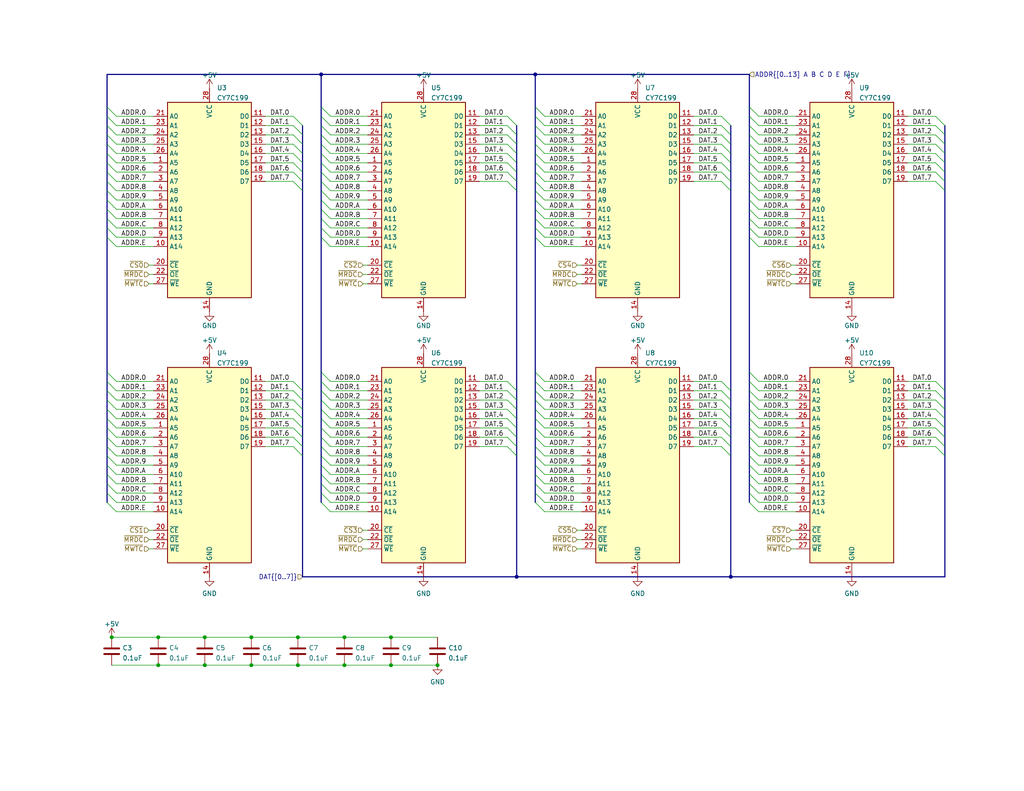
<source format=kicad_sch>
(kicad_sch (version 20211123) (generator eeschema)
  (paper "USLetter")
  (lib_symbols
    (symbol "Device:C" (pin_numbers hide) (pin_names (offset 0.254))
      (property "Reference" "C" (at 0.635 2.54 0))
      (property "Value" "C" (at 0.635 -2.54 0))
      (symbol "C_0_1"
        (polyline (pts (xy -2.032 -0.762) (xy 2.032 -0.762)) (stroke (width 0.508)))
        (polyline (pts (xy -2.032 0.762) (xy 2.032 0.762)) (stroke (width 0.508)))
      )
      (symbol "C_1_1"
        (pin passive line (at 0 3.81 270) (length 2.794) (name "~") (number "1"))
        (pin passive line (at 0 -3.81 90) (length 2.794) (name "~") (number "2"))
      )
    )
    (symbol "Memory_RAM:CY7C199"
      (property "Reference" "U" (at -11.43 27.94 0))
      (property "Value" "CY7C199" (at 3.81 27.94 0))
      (symbol "CY7C199_0_0"
        (pin power_in line (at 0 -30.48 90) (length 3.81) (name "GND") (number "14"))
        (pin power_in line (at 0 30.48 270) (length 3.81) (name "VCC") (number "28"))
      )
      (symbol "CY7C199_0_1"
        (rectangle (start -11.43 26.67) (end 11.43 -26.67) (stroke (width 0.254)) (fill (type background)))
      )
      (symbol "CY7C199_1_1"
        (pin input line (at -15.24 10.16 0) (length 3.81) (name "A5") (number "1"))
        (pin input line (at -15.24 -12.7 0) (length 3.81) (name "A14") (number "10"))
        (pin tri_state line (at 15.24 22.86 180) (length 3.81) (name "D0") (number "11"))
        (pin tri_state line (at 15.24 20.32 180) (length 3.81) (name "D1") (number "12"))
        (pin tri_state line (at 15.24 17.78 180) (length 3.81) (name "D2") (number "13"))
        (pin tri_state line (at 15.24 15.24 180) (length 3.81) (name "D3") (number "15"))
        (pin tri_state line (at 15.24 12.7 180) (length 3.81) (name "D4") (number "16"))
        (pin tri_state line (at 15.24 10.16 180) (length 3.81) (name "D5") (number "17"))
        (pin tri_state line (at 15.24 7.62 180) (length 3.81) (name "D6") (number "18"))
        (pin tri_state line (at 15.24 5.08 180) (length 3.81) (name "D7") (number "19"))
        (pin input line (at -15.24 7.62 0) (length 3.81) (name "A6") (number "2"))
        (pin input line (at -15.24 -17.78 0) (length 3.81) (name "~{CE}") (number "20"))
        (pin input line (at -15.24 22.86 0) (length 3.81) (name "A0") (number "21"))
        (pin input line (at -15.24 -20.32 0) (length 3.81) (name "~{OE}") (number "22"))
        (pin input line (at -15.24 20.32 0) (length 3.81) (name "A1") (number "23"))
        (pin input line (at -15.24 17.78 0) (length 3.81) (name "A2") (number "24"))
        (pin input line (at -15.24 15.24 0) (length 3.81) (name "A3") (number "25"))
        (pin input line (at -15.24 12.7 0) (length 3.81) (name "A4") (number "26"))
        (pin input line (at -15.24 -22.86 0) (length 3.81) (name "~{WE}") (number "27"))
        (pin input line (at -15.24 5.08 0) (length 3.81) (name "A7") (number "3"))
        (pin input line (at -15.24 2.54 0) (length 3.81) (name "A8") (number "4"))
        (pin input line (at -15.24 0 0) (length 3.81) (name "A9") (number "5"))
        (pin input line (at -15.24 -2.54 0) (length 3.81) (name "A10") (number "6"))
        (pin input line (at -15.24 -5.08 0) (length 3.81) (name "A11") (number "7"))
        (pin input line (at -15.24 -7.62 0) (length 3.81) (name "A12") (number "8"))
        (pin input line (at -15.24 -10.16 0) (length 3.81) (name "A13") (number "9"))
      )
    )
    (symbol "power:+5V" (power) (pin_names (offset 0))
      (property "Value" "+5V" (at 0 3.556 0))
      (symbol "+5V_0_1"
        (polyline (pts (xy -0.762 1.27) (xy 0 2.54)))
        (polyline (pts (xy 0 0) (xy 0 2.54)))
        (polyline (pts (xy 0 2.54) (xy 0.762 1.27)))
      )
      (symbol "+5V_1_1"
        (pin power_in line (at 0 0 90) (length 0) hide (name "+5V") (number "1"))
      )
    )
    (symbol "power:GND" (power) (pin_names (offset 0))
      (property "Value" "GND" (at 0 -3.81 0))
      (symbol "GND_0_1"
        (polyline (pts (xy 0 0) (xy 0 -1.27) (xy 1.27 -1.27) (xy 0 -2.54) (xy -1.27 -1.27) (xy 0 -1.27)))
      )
      (symbol "GND_1_1"
        (pin power_in line (at 0 0 270) (length 0) hide (name "GND") (number "1"))
      )
    )
  )
  (junction (at 81.28 173.99))
  (junction (at 199.39 157.48))
  (junction (at 43.18 181.61))
  (junction (at 43.18 173.99))
  (junction (at 106.68 181.61))
  (junction (at 140.97 157.48))
  (junction (at 68.58 173.99))
  (junction (at 55.88 173.99))
  (junction (at 119.38 181.61))
  (junction (at 55.88 181.61))
  (junction (at 106.68 173.99))
  (junction (at 81.28 181.61))
  (junction (at 93.98 173.99))
  (junction (at 68.58 181.61))
  (junction (at 146.05 20.32))
  (junction (at 87.63 20.32))
  (junction (at 30.48 173.99))
  (junction (at 93.98 181.61))
  (bus_entry (at 255.27 116.84) (size 2.54 2.54))
  (bus_entry (at 138.43 121.92) (size 2.54 2.54))
  (bus_entry (at 29.21 111.76) (size 2.54 2.54))
  (bus_entry (at 255.27 44.45) (size 2.54 2.54))
  (bus_entry (at 80.01 111.76) (size 2.54 2.54))
  (bus_entry (at 29.21 54.61) (size 2.54 2.54))
  (bus_entry (at 87.63 49.53) (size 2.54 2.54))
  (bus_entry (at 146.05 44.45) (size 2.54 2.54))
  (bus_entry (at 196.85 44.45) (size 2.54 2.54))
  (bus_entry (at 146.05 57.15) (size 2.54 2.54))
  (bus_entry (at 146.05 64.77) (size 2.54 2.54))
  (bus_entry (at 255.27 31.75) (size 2.54 2.54))
  (bus_entry (at 255.27 106.68) (size 2.54 2.54))
  (bus_entry (at 146.05 52.07) (size 2.54 2.54))
  (bus_entry (at 146.05 46.99) (size 2.54 2.54))
  (bus_entry (at 204.47 54.61) (size 2.54 2.54))
  (bus_entry (at 29.21 52.07) (size 2.54 2.54))
  (bus_entry (at 29.21 121.92) (size 2.54 2.54))
  (bus_entry (at 204.47 49.53) (size 2.54 2.54))
  (bus_entry (at 204.47 132.08) (size 2.54 2.54))
  (bus_entry (at 146.05 127) (size 2.54 2.54))
  (bus_entry (at 196.85 114.3) (size 2.54 2.54))
  (bus_entry (at 87.63 114.3) (size 2.54 2.54))
  (bus_entry (at 196.85 31.75) (size 2.54 2.54))
  (bus_entry (at 29.21 101.6) (size 2.54 2.54))
  (bus_entry (at 204.47 44.45) (size 2.54 2.54))
  (bus_entry (at 29.21 109.22) (size 2.54 2.54))
  (bus_entry (at 80.01 34.29) (size 2.54 2.54))
  (bus_entry (at 87.63 121.92) (size 2.54 2.54))
  (bus_entry (at 146.05 59.69) (size 2.54 2.54))
  (bus_entry (at 80.01 46.99) (size 2.54 2.54))
  (bus_entry (at 204.47 116.84) (size 2.54 2.54))
  (bus_entry (at 87.63 106.68) (size 2.54 2.54))
  (bus_entry (at 255.27 119.38) (size 2.54 2.54))
  (bus_entry (at 29.21 39.37) (size 2.54 2.54))
  (bus_entry (at 87.63 111.76) (size 2.54 2.54))
  (bus_entry (at 146.05 137.16) (size 2.54 2.54))
  (bus_entry (at 29.21 29.21) (size 2.54 2.54))
  (bus_entry (at 29.21 36.83) (size 2.54 2.54))
  (bus_entry (at 146.05 132.08) (size 2.54 2.54))
  (bus_entry (at 204.47 41.91) (size 2.54 2.54))
  (bus_entry (at 80.01 116.84) (size 2.54 2.54))
  (bus_entry (at 146.05 101.6) (size 2.54 2.54))
  (bus_entry (at 196.85 49.53) (size 2.54 2.54))
  (bus_entry (at 255.27 114.3) (size 2.54 2.54))
  (bus_entry (at 138.43 41.91) (size 2.54 2.54))
  (bus_entry (at 138.43 106.68) (size 2.54 2.54))
  (bus_entry (at 255.27 39.37) (size 2.54 2.54))
  (bus_entry (at 29.21 119.38) (size 2.54 2.54))
  (bus_entry (at 80.01 39.37) (size 2.54 2.54))
  (bus_entry (at 146.05 34.29) (size 2.54 2.54))
  (bus_entry (at 146.05 111.76) (size 2.54 2.54))
  (bus_entry (at 196.85 116.84) (size 2.54 2.54))
  (bus_entry (at 138.43 116.84) (size 2.54 2.54))
  (bus_entry (at 146.05 114.3) (size 2.54 2.54))
  (bus_entry (at 87.63 54.61) (size 2.54 2.54))
  (bus_entry (at 204.47 124.46) (size 2.54 2.54))
  (bus_entry (at 29.21 44.45) (size 2.54 2.54))
  (bus_entry (at 196.85 121.92) (size 2.54 2.54))
  (bus_entry (at 29.21 41.91) (size 2.54 2.54))
  (bus_entry (at 204.47 59.69) (size 2.54 2.54))
  (bus_entry (at 29.21 57.15) (size 2.54 2.54))
  (bus_entry (at 87.63 116.84) (size 2.54 2.54))
  (bus_entry (at 29.21 46.99) (size 2.54 2.54))
  (bus_entry (at 204.47 62.23) (size 2.54 2.54))
  (bus_entry (at 87.63 62.23) (size 2.54 2.54))
  (bus_entry (at 87.63 64.77) (size 2.54 2.54))
  (bus_entry (at 138.43 49.53) (size 2.54 2.54))
  (bus_entry (at 204.47 121.92) (size 2.54 2.54))
  (bus_entry (at 146.05 39.37) (size 2.54 2.54))
  (bus_entry (at 29.21 31.75) (size 2.54 2.54))
  (bus_entry (at 204.47 101.6) (size 2.54 2.54))
  (bus_entry (at 80.01 121.92) (size 2.54 2.54))
  (bus_entry (at 80.01 114.3) (size 2.54 2.54))
  (bus_entry (at 29.21 124.46) (size 2.54 2.54))
  (bus_entry (at 204.47 39.37) (size 2.54 2.54))
  (bus_entry (at 255.27 49.53) (size 2.54 2.54))
  (bus_entry (at 204.47 31.75) (size 2.54 2.54))
  (bus_entry (at 255.27 111.76) (size 2.54 2.54))
  (bus_entry (at 87.63 132.08) (size 2.54 2.54))
  (bus_entry (at 138.43 44.45) (size 2.54 2.54))
  (bus_entry (at 146.05 104.14) (size 2.54 2.54))
  (bus_entry (at 196.85 46.99) (size 2.54 2.54))
  (bus_entry (at 204.47 36.83) (size 2.54 2.54))
  (bus_entry (at 80.01 41.91) (size 2.54 2.54))
  (bus_entry (at 255.27 109.22) (size 2.54 2.54))
  (bus_entry (at 80.01 119.38) (size 2.54 2.54))
  (bus_entry (at 87.63 124.46) (size 2.54 2.54))
  (bus_entry (at 255.27 36.83) (size 2.54 2.54))
  (bus_entry (at 196.85 39.37) (size 2.54 2.54))
  (bus_entry (at 146.05 109.22) (size 2.54 2.54))
  (bus_entry (at 204.47 129.54) (size 2.54 2.54))
  (bus_entry (at 146.05 106.68) (size 2.54 2.54))
  (bus_entry (at 196.85 36.83) (size 2.54 2.54))
  (bus_entry (at 138.43 109.22) (size 2.54 2.54))
  (bus_entry (at 138.43 34.29) (size 2.54 2.54))
  (bus_entry (at 204.47 52.07) (size 2.54 2.54))
  (bus_entry (at 87.63 46.99) (size 2.54 2.54))
  (bus_entry (at 29.21 104.14) (size 2.54 2.54))
  (bus_entry (at 204.47 114.3) (size 2.54 2.54))
  (bus_entry (at 138.43 46.99) (size 2.54 2.54))
  (bus_entry (at 138.43 114.3) (size 2.54 2.54))
  (bus_entry (at 204.47 57.15) (size 2.54 2.54))
  (bus_entry (at 204.47 29.21) (size 2.54 2.54))
  (bus_entry (at 146.05 119.38) (size 2.54 2.54))
  (bus_entry (at 146.05 121.92) (size 2.54 2.54))
  (bus_entry (at 196.85 109.22) (size 2.54 2.54))
  (bus_entry (at 87.63 39.37) (size 2.54 2.54))
  (bus_entry (at 87.63 34.29) (size 2.54 2.54))
  (bus_entry (at 196.85 111.76) (size 2.54 2.54))
  (bus_entry (at 255.27 34.29) (size 2.54 2.54))
  (bus_entry (at 80.01 104.14) (size 2.54 2.54))
  (bus_entry (at 204.47 119.38) (size 2.54 2.54))
  (bus_entry (at 87.63 109.22) (size 2.54 2.54))
  (bus_entry (at 255.27 41.91) (size 2.54 2.54))
  (bus_entry (at 204.47 109.22) (size 2.54 2.54))
  (bus_entry (at 255.27 46.99) (size 2.54 2.54))
  (bus_entry (at 146.05 54.61) (size 2.54 2.54))
  (bus_entry (at 29.21 116.84) (size 2.54 2.54))
  (bus_entry (at 146.05 129.54) (size 2.54 2.54))
  (bus_entry (at 146.05 134.62) (size 2.54 2.54))
  (bus_entry (at 204.47 127) (size 2.54 2.54))
  (bus_entry (at 255.27 121.92) (size 2.54 2.54))
  (bus_entry (at 87.63 59.69) (size 2.54 2.54))
  (bus_entry (at 87.63 57.15) (size 2.54 2.54))
  (bus_entry (at 29.21 129.54) (size 2.54 2.54))
  (bus_entry (at 29.21 134.62) (size 2.54 2.54))
  (bus_entry (at 29.21 137.16) (size 2.54 2.54))
  (bus_entry (at 87.63 29.21) (size 2.54 2.54))
  (bus_entry (at 87.63 104.14) (size 2.54 2.54))
  (bus_entry (at 80.01 49.53) (size 2.54 2.54))
  (bus_entry (at 255.27 104.14) (size 2.54 2.54))
  (bus_entry (at 146.05 124.46) (size 2.54 2.54))
  (bus_entry (at 87.63 52.07) (size 2.54 2.54))
  (bus_entry (at 196.85 41.91) (size 2.54 2.54))
  (bus_entry (at 87.63 31.75) (size 2.54 2.54))
  (bus_entry (at 87.63 127) (size 2.54 2.54))
  (bus_entry (at 138.43 39.37) (size 2.54 2.54))
  (bus_entry (at 80.01 106.68) (size 2.54 2.54))
  (bus_entry (at 87.63 101.6) (size 2.54 2.54))
  (bus_entry (at 80.01 31.75) (size 2.54 2.54))
  (bus_entry (at 196.85 104.14) (size 2.54 2.54))
  (bus_entry (at 146.05 36.83) (size 2.54 2.54))
  (bus_entry (at 29.21 34.29) (size 2.54 2.54))
  (bus_entry (at 29.21 49.53) (size 2.54 2.54))
  (bus_entry (at 204.47 106.68) (size 2.54 2.54))
  (bus_entry (at 87.63 137.16) (size 2.54 2.54))
  (bus_entry (at 204.47 104.14) (size 2.54 2.54))
  (bus_entry (at 87.63 44.45) (size 2.54 2.54))
  (bus_entry (at 204.47 111.76) (size 2.54 2.54))
  (bus_entry (at 196.85 34.29) (size 2.54 2.54))
  (bus_entry (at 80.01 36.83) (size 2.54 2.54))
  (bus_entry (at 87.63 129.54) (size 2.54 2.54))
  (bus_entry (at 80.01 109.22) (size 2.54 2.54))
  (bus_entry (at 204.47 64.77) (size 2.54 2.54))
  (bus_entry (at 146.05 41.91) (size 2.54 2.54))
  (bus_entry (at 87.63 119.38) (size 2.54 2.54))
  (bus_entry (at 29.21 59.69) (size 2.54 2.54))
  (bus_entry (at 29.21 106.68) (size 2.54 2.54))
  (bus_entry (at 80.01 44.45) (size 2.54 2.54))
  (bus_entry (at 29.21 127) (size 2.54 2.54))
  (bus_entry (at 29.21 132.08) (size 2.54 2.54))
  (bus_entry (at 146.05 116.84) (size 2.54 2.54))
  (bus_entry (at 204.47 34.29) (size 2.54 2.54))
  (bus_entry (at 138.43 36.83) (size 2.54 2.54))
  (bus_entry (at 204.47 134.62) (size 2.54 2.54))
  (bus_entry (at 87.63 41.91) (size 2.54 2.54))
  (bus_entry (at 196.85 106.68) (size 2.54 2.54))
  (bus_entry (at 138.43 111.76) (size 2.54 2.54))
  (bus_entry (at 29.21 64.77) (size 2.54 2.54))
  (bus_entry (at 146.05 29.21) (size 2.54 2.54))
  (bus_entry (at 29.21 114.3) (size 2.54 2.54))
  (bus_entry (at 87.63 134.62) (size 2.54 2.54))
  (bus_entry (at 146.05 49.53) (size 2.54 2.54))
  (bus_entry (at 146.05 31.75) (size 2.54 2.54))
  (bus_entry (at 204.47 46.99) (size 2.54 2.54))
  (bus_entry (at 138.43 104.14) (size 2.54 2.54))
  (bus_entry (at 204.47 137.16) (size 2.54 2.54))
  (bus_entry (at 87.63 36.83) (size 2.54 2.54))
  (bus_entry (at 196.85 119.38) (size 2.54 2.54))
  (bus_entry (at 29.21 62.23) (size 2.54 2.54))
  (bus_entry (at 146.05 62.23) (size 2.54 2.54))
  (bus_entry (at 138.43 31.75) (size 2.54 2.54))
  (bus_entry (at 138.43 119.38) (size 2.54 2.54))
  (bus (pts (xy 140.97 106.68) (xy 140.97 109.22)))
  (bus (pts (xy 87.63 36.83) (xy 87.63 39.37)))
  (wire (pts (xy 148.59 44.45) (xy 158.75 44.45)))
  (bus (pts (xy 87.63 34.29) (xy 87.63 36.83)))
  (bus (pts (xy 257.81 41.91) (xy 257.81 44.45)))
  (wire (pts (xy 99.06 144.78) (xy 100.33 144.78)))
  (wire (pts (xy 130.81 106.68) (xy 138.43 106.68)))
  (bus (pts (xy 146.05 20.32) (xy 146.05 29.21)))
  (bus (pts (xy 140.97 36.83) (xy 140.97 39.37)))
  (wire (pts (xy 90.17 54.61) (xy 100.33 54.61)))
  (bus (pts (xy 146.05 114.3) (xy 146.05 116.84)))
  (wire (pts (xy 90.17 111.76) (xy 100.33 111.76)))
  (wire (pts (xy 31.75 104.14) (xy 41.91 104.14)))
  (bus (pts (xy 146.05 127) (xy 146.05 129.54)))
  (wire (pts (xy 90.17 62.23) (xy 100.33 62.23)))
  (bus (pts (xy 146.05 59.69) (xy 146.05 62.23)))
  (bus (pts (xy 257.81 36.83) (xy 257.81 39.37)))
  (wire (pts (xy 90.17 119.38) (xy 100.33 119.38)))
  (bus (pts (xy 87.63 41.91) (xy 87.63 44.45)))
  (wire (pts (xy 31.75 44.45) (xy 41.91 44.45)))
  (bus (pts (xy 29.21 57.15) (xy 29.21 59.69)))
  (wire (pts (xy 130.81 104.14) (xy 138.43 104.14)))
  (bus (pts (xy 204.47 36.83) (xy 204.47 39.37)))
  (wire (pts (xy 148.59 109.22) (xy 158.75 109.22)))
  (bus (pts (xy 87.63 29.21) (xy 87.63 31.75)))
  (wire (pts (xy 99.06 149.86) (xy 100.33 149.86)))
  (bus (pts (xy 257.81 124.46) (xy 257.81 157.48)))
  (wire (pts (xy 31.75 41.91) (xy 41.91 41.91)))
  (bus (pts (xy 29.21 121.92) (xy 29.21 124.46)))
  (wire (pts (xy 189.23 119.38) (xy 196.85 119.38)))
  (wire (pts (xy 189.23 106.68) (xy 196.85 106.68)))
  (bus (pts (xy 87.63 109.22) (xy 87.63 111.76)))
  (wire (pts (xy 130.81 119.38) (xy 138.43 119.38)))
  (wire (pts (xy 207.01 64.77) (xy 217.17 64.77)))
  (wire (pts (xy 247.65 34.29) (xy 255.27 34.29)))
  (wire (pts (xy 148.59 114.3) (xy 158.75 114.3)))
  (wire (pts (xy 31.75 62.23) (xy 41.91 62.23)))
  (bus (pts (xy 146.05 121.92) (xy 146.05 124.46)))
  (bus (pts (xy 140.97 116.84) (xy 140.97 119.38)))
  (bus (pts (xy 140.97 119.38) (xy 140.97 121.92)))
  (wire (pts (xy 99.06 72.39) (xy 100.33 72.39)))
  (wire (pts (xy 247.65 36.83) (xy 255.27 36.83)))
  (wire (pts (xy 31.75 64.77) (xy 41.91 64.77)))
  (wire (pts (xy 72.39 44.45) (xy 80.01 44.45)))
  (wire (pts (xy 247.65 111.76) (xy 255.27 111.76)))
  (wire (pts (xy 207.01 111.76) (xy 217.17 111.76)))
  (bus (pts (xy 29.21 119.38) (xy 29.21 121.92)))
  (wire (pts (xy 207.01 36.83) (xy 217.17 36.83)))
  (wire (pts (xy 148.59 49.53) (xy 158.75 49.53)))
  (bus (pts (xy 146.05 129.54) (xy 146.05 132.08)))
  (bus (pts (xy 146.05 49.53) (xy 146.05 52.07)))
  (wire (pts (xy 93.98 173.99) (xy 106.68 173.99)))
  (bus (pts (xy 29.21 101.6) (xy 29.21 104.14)))
  (wire (pts (xy 31.75 129.54) (xy 41.91 129.54)))
  (bus (pts (xy 29.21 64.77) (xy 29.21 101.6)))
  (bus (pts (xy 82.55 124.46) (xy 82.55 157.48)))
  (bus (pts (xy 82.55 39.37) (xy 82.55 41.91)))
  (wire (pts (xy 90.17 114.3) (xy 100.33 114.3)))
  (wire (pts (xy 55.88 181.61) (xy 68.58 181.61)))
  (bus (pts (xy 199.39 41.91) (xy 199.39 44.45)))
  (wire (pts (xy 207.01 134.62) (xy 217.17 134.62)))
  (bus (pts (xy 204.47 54.61) (xy 204.47 57.15)))
  (bus (pts (xy 204.47 114.3) (xy 204.47 116.84)))
  (wire (pts (xy 31.75 36.83) (xy 41.91 36.83)))
  (wire (pts (xy 247.65 104.14) (xy 255.27 104.14)))
  (bus (pts (xy 146.05 54.61) (xy 146.05 57.15)))
  (bus (pts (xy 199.39 34.29) (xy 199.39 36.83)))
  (bus (pts (xy 82.55 116.84) (xy 82.55 119.38)))
  (bus (pts (xy 204.47 57.15) (xy 204.47 59.69)))
  (bus (pts (xy 146.05 116.84) (xy 146.05 119.38)))
  (wire (pts (xy 90.17 121.92) (xy 100.33 121.92)))
  (wire (pts (xy 68.58 173.99) (xy 81.28 173.99)))
  (wire (pts (xy 148.59 139.7) (xy 158.75 139.7)))
  (bus (pts (xy 204.47 31.75) (xy 204.47 34.29)))
  (wire (pts (xy 207.01 44.45) (xy 217.17 44.45)))
  (bus (pts (xy 87.63 31.75) (xy 87.63 34.29)))
  (wire (pts (xy 31.75 114.3) (xy 41.91 114.3)))
  (wire (pts (xy 130.81 46.99) (xy 138.43 46.99)))
  (bus (pts (xy 204.47 29.21) (xy 204.47 31.75)))
  (wire (pts (xy 90.17 106.68) (xy 100.33 106.68)))
  (bus (pts (xy 29.21 129.54) (xy 29.21 132.08)))
  (wire (pts (xy 157.48 149.86) (xy 158.75 149.86)))
  (wire (pts (xy 247.65 31.75) (xy 255.27 31.75)))
  (bus (pts (xy 87.63 132.08) (xy 87.63 134.62)))
  (wire (pts (xy 72.39 116.84) (xy 80.01 116.84)))
  (bus (pts (xy 204.47 64.77) (xy 204.47 101.6)))
  (bus (pts (xy 204.47 104.14) (xy 204.47 106.68)))
  (bus (pts (xy 29.21 34.29) (xy 29.21 36.83)))
  (wire (pts (xy 31.75 106.68) (xy 41.91 106.68)))
  (wire (pts (xy 207.01 52.07) (xy 217.17 52.07)))
  (wire (pts (xy 148.59 119.38) (xy 158.75 119.38)))
  (bus (pts (xy 29.21 31.75) (xy 29.21 34.29)))
  (wire (pts (xy 93.98 181.61) (xy 106.68 181.61)))
  (wire (pts (xy 90.17 41.91) (xy 100.33 41.91)))
  (bus (pts (xy 29.21 116.84) (xy 29.21 119.38)))
  (wire (pts (xy 189.23 46.99) (xy 196.85 46.99)))
  (bus (pts (xy 140.97 109.22) (xy 140.97 111.76)))
  (bus (pts (xy 146.05 29.21) (xy 146.05 31.75)))
  (bus (pts (xy 29.21 29.21) (xy 29.21 31.75)))
  (wire (pts (xy 207.01 62.23) (xy 217.17 62.23)))
  (wire (pts (xy 72.39 39.37) (xy 80.01 39.37)))
  (bus (pts (xy 82.55 46.99) (xy 82.55 49.53)))
  (wire (pts (xy 31.75 39.37) (xy 41.91 39.37)))
  (wire (pts (xy 247.65 114.3) (xy 255.27 114.3)))
  (wire (pts (xy 130.81 111.76) (xy 138.43 111.76)))
  (bus (pts (xy 87.63 62.23) (xy 87.63 64.77)))
  (bus (pts (xy 87.63 121.92) (xy 87.63 124.46)))
  (bus (pts (xy 146.05 134.62) (xy 146.05 137.16)))
  (wire (pts (xy 90.17 67.31) (xy 100.33 67.31)))
  (wire (pts (xy 207.01 34.29) (xy 217.17 34.29)))
  (wire (pts (xy 40.64 144.78) (xy 41.91 144.78)))
  (wire (pts (xy 207.01 49.53) (xy 217.17 49.53)))
  (wire (pts (xy 247.65 39.37) (xy 255.27 39.37)))
  (bus (pts (xy 199.39 124.46) (xy 199.39 157.48)))
  (bus (pts (xy 257.81 111.76) (xy 257.81 114.3)))
  (bus (pts (xy 204.47 52.07) (xy 204.47 54.61)))
  (wire (pts (xy 189.23 114.3) (xy 196.85 114.3)))
  (wire (pts (xy 189.23 49.53) (xy 196.85 49.53)))
  (wire (pts (xy 90.17 64.77) (xy 100.33 64.77)))
  (bus (pts (xy 29.21 114.3) (xy 29.21 116.84)))
  (bus (pts (xy 204.47 116.84) (xy 204.47 119.38)))
  (bus (pts (xy 204.47 59.69) (xy 204.47 62.23)))
  (wire (pts (xy 148.59 127) (xy 158.75 127)))
  (wire (pts (xy 215.9 144.78) (xy 217.17 144.78)))
  (bus (pts (xy 204.47 39.37) (xy 204.47 41.91)))
  (wire (pts (xy 31.75 31.75) (xy 41.91 31.75)))
  (wire (pts (xy 72.39 41.91) (xy 80.01 41.91)))
  (wire (pts (xy 130.81 41.91) (xy 138.43 41.91)))
  (wire (pts (xy 207.01 129.54) (xy 217.17 129.54)))
  (bus (pts (xy 204.47 132.08) (xy 204.47 134.62)))
  (bus (pts (xy 204.47 124.46) (xy 204.47 127)))
  (wire (pts (xy 157.48 147.32) (xy 158.75 147.32)))
  (bus (pts (xy 146.05 44.45) (xy 146.05 46.99)))
  (bus (pts (xy 29.21 62.23) (xy 29.21 64.77)))
  (wire (pts (xy 99.06 147.32) (xy 100.33 147.32)))
  (wire (pts (xy 72.39 36.83) (xy 80.01 36.83)))
  (bus (pts (xy 29.21 59.69) (xy 29.21 62.23)))
  (wire (pts (xy 189.23 111.76) (xy 196.85 111.76)))
  (wire (pts (xy 130.81 114.3) (xy 138.43 114.3)))
  (bus (pts (xy 204.47 44.45) (xy 204.47 46.99)))
  (wire (pts (xy 90.17 59.69) (xy 100.33 59.69)))
  (wire (pts (xy 148.59 39.37) (xy 158.75 39.37)))
  (wire (pts (xy 148.59 132.08) (xy 158.75 132.08)))
  (wire (pts (xy 247.65 121.92) (xy 255.27 121.92)))
  (bus (pts (xy 146.05 109.22) (xy 146.05 111.76)))
  (bus (pts (xy 87.63 116.84) (xy 87.63 119.38)))
  (bus (pts (xy 29.21 44.45) (xy 29.21 46.99)))
  (wire (pts (xy 90.17 132.08) (xy 100.33 132.08)))
  (bus (pts (xy 204.47 49.53) (xy 204.47 52.07)))
  (bus (pts (xy 146.05 124.46) (xy 146.05 127)))
  (wire (pts (xy 207.01 114.3) (xy 217.17 114.3)))
  (bus (pts (xy 87.63 54.61) (xy 87.63 57.15)))
  (wire (pts (xy 157.48 77.47) (xy 158.75 77.47)))
  (wire (pts (xy 72.39 119.38) (xy 80.01 119.38)))
  (bus (pts (xy 146.05 132.08) (xy 146.05 134.62)))
  (bus (pts (xy 257.81 119.38) (xy 257.81 121.92)))
  (bus (pts (xy 29.21 36.83) (xy 29.21 39.37)))
  (bus (pts (xy 140.97 39.37) (xy 140.97 41.91)))
  (bus (pts (xy 204.47 127) (xy 204.47 129.54)))
  (wire (pts (xy 148.59 129.54) (xy 158.75 129.54)))
  (bus (pts (xy 82.55 121.92) (xy 82.55 124.46)))
  (bus (pts (xy 87.63 44.45) (xy 87.63 46.99)))
  (wire (pts (xy 148.59 41.91) (xy 158.75 41.91)))
  (bus (pts (xy 140.97 49.53) (xy 140.97 52.07)))
  (bus (pts (xy 87.63 52.07) (xy 87.63 54.61)))
  (bus (pts (xy 29.21 127) (xy 29.21 129.54)))
  (bus (pts (xy 204.47 109.22) (xy 204.47 111.76)))
  (wire (pts (xy 90.17 49.53) (xy 100.33 49.53)))
  (bus (pts (xy 140.97 121.92) (xy 140.97 124.46)))
  (wire (pts (xy 31.75 111.76) (xy 41.91 111.76)))
  (wire (pts (xy 207.01 46.99) (xy 217.17 46.99)))
  (bus (pts (xy 29.21 109.22) (xy 29.21 111.76)))
  (wire (pts (xy 148.59 34.29) (xy 158.75 34.29)))
  (wire (pts (xy 72.39 111.76) (xy 80.01 111.76)))
  (bus (pts (xy 140.97 46.99) (xy 140.97 49.53)))
  (bus (pts (xy 82.55 36.83) (xy 82.55 39.37)))
  (bus (pts (xy 257.81 52.07) (xy 257.81 106.68)))
  (bus (pts (xy 140.97 41.91) (xy 140.97 44.45)))
  (bus (pts (xy 29.21 124.46) (xy 29.21 127)))
  (wire (pts (xy 148.59 67.31) (xy 158.75 67.31)))
  (wire (pts (xy 31.75 49.53) (xy 41.91 49.53)))
  (wire (pts (xy 189.23 104.14) (xy 196.85 104.14)))
  (wire (pts (xy 43.18 181.61) (xy 55.88 181.61)))
  (wire (pts (xy 148.59 64.77) (xy 158.75 64.77)))
  (wire (pts (xy 207.01 116.84) (xy 217.17 116.84)))
  (bus (pts (xy 204.47 101.6) (xy 204.47 104.14)))
  (bus (pts (xy 257.81 106.68) (xy 257.81 109.22)))
  (bus (pts (xy 199.39 39.37) (xy 199.39 41.91)))
  (bus (pts (xy 82.55 52.07) (xy 82.55 106.68)))
  (wire (pts (xy 207.01 39.37) (xy 217.17 39.37)))
  (wire (pts (xy 207.01 41.91) (xy 217.17 41.91)))
  (bus (pts (xy 29.21 41.91) (xy 29.21 44.45)))
  (wire (pts (xy 247.65 119.38) (xy 255.27 119.38)))
  (wire (pts (xy 148.59 36.83) (xy 158.75 36.83)))
  (wire (pts (xy 30.48 181.61) (xy 43.18 181.61)))
  (wire (pts (xy 72.39 121.92) (xy 80.01 121.92)))
  (wire (pts (xy 247.65 116.84) (xy 255.27 116.84)))
  (bus (pts (xy 146.05 57.15) (xy 146.05 59.69)))
  (bus (pts (xy 204.47 111.76) (xy 204.47 114.3)))
  (wire (pts (xy 30.48 173.99) (xy 43.18 173.99)))
  (wire (pts (xy 247.65 46.99) (xy 255.27 46.99)))
  (wire (pts (xy 90.17 31.75) (xy 100.33 31.75)))
  (bus (pts (xy 82.55 111.76) (xy 82.55 114.3)))
  (wire (pts (xy 90.17 129.54) (xy 100.33 129.54)))
  (wire (pts (xy 31.75 124.46) (xy 41.91 124.46)))
  (wire (pts (xy 148.59 54.61) (xy 158.75 54.61)))
  (bus (pts (xy 146.05 46.99) (xy 146.05 49.53)))
  (wire (pts (xy 90.17 139.7) (xy 100.33 139.7)))
  (bus (pts (xy 87.63 57.15) (xy 87.63 59.69)))
  (bus (pts (xy 257.81 109.22) (xy 257.81 111.76)))
  (wire (pts (xy 148.59 104.14) (xy 158.75 104.14)))
  (wire (pts (xy 31.75 59.69) (xy 41.91 59.69)))
  (bus (pts (xy 87.63 114.3) (xy 87.63 116.84)))
  (wire (pts (xy 148.59 62.23) (xy 158.75 62.23)))
  (wire (pts (xy 207.01 57.15) (xy 217.17 57.15)))
  (wire (pts (xy 31.75 121.92) (xy 41.91 121.92)))
  (bus (pts (xy 146.05 104.14) (xy 146.05 106.68)))
  (wire (pts (xy 90.17 52.07) (xy 100.33 52.07)))
  (bus (pts (xy 29.21 54.61) (xy 29.21 57.15)))
  (wire (pts (xy 207.01 31.75) (xy 217.17 31.75)))
  (wire (pts (xy 31.75 139.7) (xy 41.91 139.7)))
  (wire (pts (xy 90.17 109.22) (xy 100.33 109.22)))
  (bus (pts (xy 140.97 111.76) (xy 140.97 114.3)))
  (wire (pts (xy 90.17 137.16) (xy 100.33 137.16)))
  (bus (pts (xy 146.05 106.68) (xy 146.05 109.22)))
  (wire (pts (xy 90.17 127) (xy 100.33 127)))
  (bus (pts (xy 87.63 129.54) (xy 87.63 132.08)))
  (wire (pts (xy 72.39 114.3) (xy 80.01 114.3)))
  (bus (pts (xy 87.63 124.46) (xy 87.63 127)))
  (wire (pts (xy 72.39 106.68) (xy 80.01 106.68)))
  (wire (pts (xy 31.75 137.16) (xy 41.91 137.16)))
  (bus (pts (xy 82.55 106.68) (xy 82.55 109.22)))
  (bus (pts (xy 87.63 20.32) (xy 87.63 29.21)))
  (bus (pts (xy 87.63 49.53) (xy 87.63 52.07)))
  (wire (pts (xy 207.01 124.46) (xy 217.17 124.46)))
  (wire (pts (xy 215.9 72.39) (xy 217.17 72.39)))
  (wire (pts (xy 215.9 77.47) (xy 217.17 77.47)))
  (bus (pts (xy 29.21 49.53) (xy 29.21 52.07)))
  (wire (pts (xy 207.01 127) (xy 217.17 127)))
  (bus (pts (xy 29.21 134.62) (xy 29.21 137.16)))
  (wire (pts (xy 31.75 134.62) (xy 41.91 134.62)))
  (bus (pts (xy 29.21 111.76) (xy 29.21 114.3)))
  (wire (pts (xy 130.81 116.84) (xy 138.43 116.84)))
  (bus (pts (xy 257.81 34.29) (xy 257.81 36.83)))
  (wire (pts (xy 207.01 104.14) (xy 217.17 104.14)))
  (bus (pts (xy 199.39 119.38) (xy 199.39 121.92)))
  (wire (pts (xy 43.18 173.99) (xy 55.88 173.99)))
  (bus (pts (xy 140.97 114.3) (xy 140.97 116.84)))
  (wire (pts (xy 90.17 39.37) (xy 100.33 39.37)))
  (wire (pts (xy 31.75 67.31) (xy 41.91 67.31)))
  (wire (pts (xy 90.17 124.46) (xy 100.33 124.46)))
  (bus (pts (xy 140.97 124.46) (xy 140.97 157.48)))
  (wire (pts (xy 130.81 121.92) (xy 138.43 121.92)))
  (bus (pts (xy 87.63 59.69) (xy 87.63 62.23)))
  (wire (pts (xy 90.17 44.45) (xy 100.33 44.45)))
  (bus (pts (xy 257.81 116.84) (xy 257.81 119.38)))
  (wire (pts (xy 31.75 57.15) (xy 41.91 57.15)))
  (bus (pts (xy 146.05 34.29) (xy 146.05 36.83)))
  (wire (pts (xy 148.59 137.16) (xy 158.75 137.16)))
  (bus (pts (xy 87.63 101.6) (xy 87.63 104.14)))
  (wire (pts (xy 207.01 54.61) (xy 217.17 54.61)))
  (wire (pts (xy 148.59 52.07) (xy 158.75 52.07)))
  (bus (pts (xy 204.47 129.54) (xy 204.47 132.08)))
  (bus (pts (xy 199.39 52.07) (xy 199.39 106.68)))
  (wire (pts (xy 247.65 41.91) (xy 255.27 41.91)))
  (wire (pts (xy 99.06 74.93) (xy 100.33 74.93)))
  (bus (pts (xy 146.05 52.07) (xy 146.05 54.61)))
  (wire (pts (xy 130.81 31.75) (xy 138.43 31.75)))
  (bus (pts (xy 87.63 106.68) (xy 87.63 109.22)))
  (bus (pts (xy 87.63 127) (xy 87.63 129.54)))
  (wire (pts (xy 189.23 44.45) (xy 196.85 44.45)))
  (wire (pts (xy 215.9 149.86) (xy 217.17 149.86)))
  (wire (pts (xy 207.01 132.08) (xy 217.17 132.08)))
  (bus (pts (xy 87.63 119.38) (xy 87.63 121.92)))
  (wire (pts (xy 90.17 104.14) (xy 100.33 104.14)))
  (bus (pts (xy 29.21 46.99) (xy 29.21 49.53)))
  (bus (pts (xy 199.39 109.22) (xy 199.39 111.76)))
  (bus (pts (xy 87.63 39.37) (xy 87.63 41.91)))
  (wire (pts (xy 31.75 52.07) (xy 41.91 52.07)))
  (bus (pts (xy 199.39 106.68) (xy 199.39 109.22)))
  (bus (pts (xy 82.55 34.29) (xy 82.55 36.83)))
  (wire (pts (xy 72.39 31.75) (xy 80.01 31.75)))
  (wire (pts (xy 148.59 111.76) (xy 158.75 111.76)))
  (bus (pts (xy 146.05 62.23) (xy 146.05 64.77)))
  (wire (pts (xy 130.81 109.22) (xy 138.43 109.22)))
  (bus (pts (xy 29.21 39.37) (xy 29.21 41.91)))
  (wire (pts (xy 81.28 173.99) (xy 93.98 173.99)))
  (bus (pts (xy 204.47 20.32) (xy 204.47 29.21)))
  (wire (pts (xy 207.01 137.16) (xy 217.17 137.16)))
  (wire (pts (xy 148.59 59.69) (xy 158.75 59.69)))
  (wire (pts (xy 55.88 173.99) (xy 68.58 173.99)))
  (bus (pts (xy 199.39 36.83) (xy 199.39 39.37)))
  (bus (pts (xy 204.47 119.38) (xy 204.47 121.92)))
  (bus (pts (xy 140.97 44.45) (xy 140.97 46.99)))
  (wire (pts (xy 40.64 74.93) (xy 41.91 74.93)))
  (wire (pts (xy 207.01 119.38) (xy 217.17 119.38)))
  (bus (pts (xy 257.81 46.99) (xy 257.81 49.53)))
  (bus (pts (xy 204.47 62.23) (xy 204.47 64.77)))
  (bus (pts (xy 146.05 31.75) (xy 146.05 34.29)))
  (wire (pts (xy 72.39 109.22) (xy 80.01 109.22)))
  (wire (pts (xy 90.17 34.29) (xy 100.33 34.29)))
  (wire (pts (xy 31.75 127) (xy 41.91 127)))
  (wire (pts (xy 207.01 139.7) (xy 217.17 139.7)))
  (bus (pts (xy 82.55 109.22) (xy 82.55 111.76)))
  (bus (pts (xy 199.39 44.45) (xy 199.39 46.99)))
  (bus (pts (xy 87.63 134.62) (xy 87.63 137.16)))
  (wire (pts (xy 189.23 34.29) (xy 196.85 34.29)))
  (wire (pts (xy 189.23 31.75) (xy 196.85 31.75)))
  (wire (pts (xy 72.39 104.14) (xy 80.01 104.14)))
  (bus (pts (xy 146.05 41.91) (xy 146.05 44.45)))
  (bus (pts (xy 82.55 114.3) (xy 82.55 116.84)))
  (bus (pts (xy 140.97 52.07) (xy 140.97 106.68)))
  (wire (pts (xy 31.75 109.22) (xy 41.91 109.22)))
  (wire (pts (xy 207.01 67.31) (xy 217.17 67.31)))
  (bus (pts (xy 257.81 121.92) (xy 257.81 124.46)))
  (bus (pts (xy 29.21 132.08) (xy 29.21 134.62)))
  (wire (pts (xy 148.59 134.62) (xy 158.75 134.62)))
  (wire (pts (xy 189.23 41.91) (xy 196.85 41.91)))
  (wire (pts (xy 72.39 49.53) (xy 80.01 49.53)))
  (bus (pts (xy 29.21 106.68) (xy 29.21 109.22)))
  (bus (pts (xy 204.47 46.99) (xy 204.47 49.53)))
  (wire (pts (xy 90.17 57.15) (xy 100.33 57.15)))
  (wire (pts (xy 247.65 106.68) (xy 255.27 106.68)))
  (bus (pts (xy 82.55 49.53) (xy 82.55 52.07)))
  (wire (pts (xy 207.01 59.69) (xy 217.17 59.69)))
  (wire (pts (xy 148.59 46.99) (xy 158.75 46.99)))
  (bus (pts (xy 29.21 20.32) (xy 29.21 29.21)))
  (bus (pts (xy 199.39 116.84) (xy 199.39 119.38)))
  (wire (pts (xy 130.81 39.37) (xy 138.43 39.37)))
  (wire (pts (xy 68.58 181.61) (xy 81.28 181.61)))
  (wire (pts (xy 148.59 116.84) (xy 158.75 116.84)))
  (bus (pts (xy 199.39 114.3) (xy 199.39 116.84)))
  (wire (pts (xy 247.65 49.53) (xy 255.27 49.53)))
  (wire (pts (xy 189.23 109.22) (xy 196.85 109.22)))
  (wire (pts (xy 31.75 132.08) (xy 41.91 132.08)))
  (wire (pts (xy 130.81 34.29) (xy 138.43 34.29)))
  (wire (pts (xy 31.75 119.38) (xy 41.91 119.38)))
  (bus (pts (xy 199.39 121.92) (xy 199.39 124.46)))
  (wire (pts (xy 31.75 116.84) (xy 41.91 116.84)))
  (bus (pts (xy 257.81 49.53) (xy 257.81 52.07)))
  (wire (pts (xy 130.81 36.83) (xy 138.43 36.83)))
  (wire (pts (xy 215.9 74.93) (xy 217.17 74.93)))
  (bus (pts (xy 257.81 39.37) (xy 257.81 41.91)))
  (bus (pts (xy 82.55 157.48) (xy 140.97 157.48)))
  (bus (pts (xy 199.39 111.76) (xy 199.39 114.3)))
  (wire (pts (xy 90.17 36.83) (xy 100.33 36.83)))
  (wire (pts (xy 130.81 49.53) (xy 138.43 49.53)))
  (bus (pts (xy 87.63 104.14) (xy 87.63 106.68)))
  (bus (pts (xy 257.81 114.3) (xy 257.81 116.84)))
  (wire (pts (xy 148.59 106.68) (xy 158.75 106.68)))
  (wire (pts (xy 40.64 77.47) (xy 41.91 77.47)))
  (wire (pts (xy 106.68 181.61) (xy 119.38 181.61)))
  (wire (pts (xy 189.23 121.92) (xy 196.85 121.92)))
  (wire (pts (xy 99.06 77.47) (xy 100.33 77.47)))
  (wire (pts (xy 207.01 121.92) (xy 217.17 121.92)))
  (wire (pts (xy 40.64 149.86) (xy 41.91 149.86)))
  (wire (pts (xy 90.17 116.84) (xy 100.33 116.84)))
  (bus (pts (xy 82.55 119.38) (xy 82.55 121.92)))
  (bus (pts (xy 146.05 64.77) (xy 146.05 101.6)))
  (wire (pts (xy 148.59 57.15) (xy 158.75 57.15)))
  (bus (pts (xy 146.05 20.32) (xy 204.47 20.32)))
  (bus (pts (xy 257.81 44.45) (xy 257.81 46.99)))
  (wire (pts (xy 40.64 147.32) (xy 41.91 147.32)))
  (wire (pts (xy 189.23 116.84) (xy 196.85 116.84)))
  (wire (pts (xy 247.65 109.22) (xy 255.27 109.22)))
  (bus (pts (xy 146.05 111.76) (xy 146.05 114.3)))
  (bus (pts (xy 199.39 157.48) (xy 257.81 157.48)))
  (bus (pts (xy 140.97 157.48) (xy 199.39 157.48)))
  (bus (pts (xy 146.05 36.83) (xy 146.05 39.37)))
  (wire (pts (xy 40.64 72.39) (xy 41.91 72.39)))
  (wire (pts (xy 72.39 34.29) (xy 80.01 34.29)))
  (bus (pts (xy 29.21 52.07) (xy 29.21 54.61)))
  (wire (pts (xy 31.75 54.61) (xy 41.91 54.61)))
  (wire (pts (xy 148.59 124.46) (xy 158.75 124.46)))
  (bus (pts (xy 87.63 46.99) (xy 87.63 49.53)))
  (wire (pts (xy 189.23 39.37) (xy 196.85 39.37)))
  (wire (pts (xy 31.75 46.99) (xy 41.91 46.99)))
  (wire (pts (xy 207.01 109.22) (xy 217.17 109.22)))
  (bus (pts (xy 199.39 46.99) (xy 199.39 49.53)))
  (wire (pts (xy 215.9 147.32) (xy 217.17 147.32)))
  (bus (pts (xy 146.05 119.38) (xy 146.05 121.92)))
  (wire (pts (xy 157.48 72.39) (xy 158.75 72.39)))
  (wire (pts (xy 106.68 173.99) (xy 119.38 173.99)))
  (wire (pts (xy 90.17 46.99) (xy 100.33 46.99)))
  (bus (pts (xy 140.97 34.29) (xy 140.97 36.83)))
  (bus (pts (xy 204.47 34.29) (xy 204.47 36.83)))
  (bus (pts (xy 29.21 20.32) (xy 87.63 20.32)))
  (bus (pts (xy 146.05 39.37) (xy 146.05 41.91)))
  (wire (pts (xy 157.48 144.78) (xy 158.75 144.78)))
  (wire (pts (xy 130.81 44.45) (xy 138.43 44.45)))
  (wire (pts (xy 148.59 31.75) (xy 158.75 31.75)))
  (wire (pts (xy 207.01 106.68) (xy 217.17 106.68)))
  (bus (pts (xy 82.55 44.45) (xy 82.55 46.99)))
  (bus (pts (xy 29.21 104.14) (xy 29.21 106.68)))
  (bus (pts (xy 87.63 111.76) (xy 87.63 114.3)))
  (wire (pts (xy 31.75 34.29) (xy 41.91 34.29)))
  (bus (pts (xy 204.47 41.91) (xy 204.47 44.45)))
  (wire (pts (xy 247.65 44.45) (xy 255.27 44.45)))
  (wire (pts (xy 81.28 181.61) (xy 93.98 181.61)))
  (wire (pts (xy 148.59 121.92) (xy 158.75 121.92)))
  (bus (pts (xy 82.55 41.91) (xy 82.55 44.45)))
  (bus (pts (xy 204.47 121.92) (xy 204.47 124.46)))
  (wire (pts (xy 157.48 74.93) (xy 158.75 74.93)))
  (wire (pts (xy 72.39 46.99) (xy 80.01 46.99)))
  (bus (pts (xy 204.47 134.62) (xy 204.47 137.16)))
  (bus (pts (xy 204.47 106.68) (xy 204.47 109.22)))
  (bus (pts (xy 87.63 20.32) (xy 146.05 20.32)))
  (bus (pts (xy 87.63 64.77) (xy 87.63 101.6)))
  (wire (pts (xy 90.17 134.62) (xy 100.33 134.62)))
  (bus (pts (xy 146.05 101.6) (xy 146.05 104.14)))
  (bus (pts (xy 199.39 49.53) (xy 199.39 52.07)))
  (wire (pts (xy 189.23 36.83) (xy 196.85 36.83)))
  (label "DAT.1" (at 248.92 34.29 0))
  (label "DAT.7" (at 190.5 49.53 0))
  (label "DAT.0" (at 190.5 104.14 0))
  (label "ADDR.E" (at 149.86 139.7 0))
  (label "DAT.3" (at 132.08 39.37 0))
  (label "DAT.4" (at 132.08 41.91 0))
  (label "ADDR.1" (at 91.44 106.68 0))
  (label "ADDR.B" (at 149.86 59.69 0))
  (label "ADDR.C" (at 208.28 62.23 0))
  (label "ADDR.2" (at 91.44 109.22 0))
  (label "ADDR.7" (at 208.28 121.92 0))
  (label "DAT.6" (at 248.92 119.38 0))
  (label "DAT.5" (at 248.92 44.45 0))
  (label "DAT.5" (at 132.08 116.84 0))
  (label "ADDR.C" (at 33.02 134.62 0))
  (label "DAT.0" (at 73.66 104.14 0))
  (label "ADDR.8" (at 149.86 52.07 0))
  (label "ADDR.0" (at 91.44 31.75 0))
  (label "ADDR.2" (at 33.02 109.22 0))
  (label "DAT.2" (at 248.92 36.83 0))
  (label "ADDR.3" (at 91.44 111.76 0))
  (label "DAT.5" (at 73.66 44.45 0))
  (label "DAT.2" (at 132.08 109.22 0))
  (label "ADDR.0" (at 149.86 104.14 0))
  (label "ADDR.4" (at 149.86 114.3 0))
  (label "ADDR.A" (at 33.02 57.15 0))
  (label "ADDR.6" (at 208.28 119.38 0))
  (label "ADDR.9" (at 208.28 127 0))
  (label "ADDR.5" (at 208.28 44.45 0))
  (label "ADDR.E" (at 208.28 139.7 0))
  (label "DAT.4" (at 132.08 114.3 0))
  (label "ADDR.2" (at 208.28 36.83 0))
  (label "DAT.0" (at 248.92 104.14 0))
  (label "ADDR.7" (at 33.02 49.53 0))
  (label "DAT.7" (at 132.08 121.92 0))
  (label "ADDR.D" (at 33.02 137.16 0))
  (label "ADDR.6" (at 91.44 46.99 0))
  (label "ADDR.1" (at 208.28 34.29 0))
  (label "DAT.3" (at 248.92 39.37 0))
  (label "ADDR.D" (at 91.44 137.16 0))
  (label "DAT.5" (at 190.5 44.45 0))
  (label "ADDR.8" (at 208.28 52.07 0))
  (label "DAT.1" (at 248.92 106.68 0))
  (label "ADDR.A" (at 208.28 57.15 0))
  (label "ADDR.6" (at 208.28 46.99 0))
  (label "ADDR.8" (at 91.44 52.07 0))
  (label "ADDR.9" (at 33.02 127 0))
  (label "ADDR.E" (at 91.44 67.31 0))
  (label "ADDR.C" (at 149.86 134.62 0))
  (label "ADDR.B" (at 33.02 59.69 0))
  (label "ADDR.5" (at 208.28 116.84 0))
  (label "ADDR.2" (at 208.28 109.22 0))
  (label "ADDR.B" (at 33.02 132.08 0))
  (label "ADDR.9" (at 149.86 54.61 0))
  (label "ADDR.D" (at 149.86 64.77 0))
  (label "DAT.7" (at 73.66 121.92 0))
  (label "DAT.7" (at 132.08 49.53 0))
  (label "DAT.3" (at 248.92 111.76 0))
  (label "DAT.2" (at 248.92 109.22 0))
  (label "ADDR.E" (at 33.02 67.31 0))
  (label "DAT.2" (at 73.66 109.22 0))
  (label "ADDR.4" (at 33.02 114.3 0))
  (label "ADDR.B" (at 91.44 132.08 0))
  (label "ADDR.2" (at 33.02 36.83 0))
  (label "ADDR.C" (at 33.02 62.23 0))
  (label "DAT.6" (at 73.66 119.38 0))
  (label "DAT.1" (at 132.08 34.29 0))
  (label "ADDR.3" (at 149.86 39.37 0))
  (label "ADDR.7" (at 91.44 49.53 0))
  (label "ADDR.8" (at 33.02 52.07 0))
  (label "ADDR.9" (at 91.44 127 0))
  (label "ADDR.4" (at 149.86 41.91 0))
  (label "DAT.7" (at 190.5 121.92 0))
  (label "DAT.4" (at 73.66 114.3 0))
  (label "ADDR.9" (at 33.02 54.61 0))
  (label "ADDR.6" (at 33.02 119.38 0))
  (label "ADDR.5" (at 91.44 44.45 0))
  (label "ADDR.8" (at 91.44 124.46 0))
  (label "ADDR.3" (at 208.28 111.76 0))
  (label "ADDR.B" (at 208.28 132.08 0))
  (label "ADDR.5" (at 33.02 116.84 0))
  (label "ADDR.6" (at 33.02 46.99 0))
  (label "ADDR.C" (at 149.86 62.23 0))
  (label "ADDR.A" (at 149.86 129.54 0))
  (label "ADDR.5" (at 91.44 116.84 0))
  (label "ADDR.2" (at 91.44 36.83 0))
  (label "DAT.1" (at 190.5 106.68 0))
  (label "ADDR.A" (at 91.44 129.54 0))
  (label "DAT.4" (at 73.66 41.91 0))
  (label "ADDR.D" (at 33.02 64.77 0))
  (label "DAT.6" (at 190.5 46.99 0))
  (label "ADDR.8" (at 149.86 124.46 0))
  (label "ADDR.0" (at 91.44 104.14 0))
  (label "DAT.0" (at 190.5 31.75 0))
  (label "ADDR.9" (at 208.28 54.61 0))
  (label "ADDR.1" (at 33.02 106.68 0))
  (label "ADDR.8" (at 33.02 124.46 0))
  (label "ADDR.9" (at 91.44 54.61 0))
  (label "DAT.3" (at 73.66 111.76 0))
  (label "DAT.0" (at 248.92 31.75 0))
  (label "ADDR.7" (at 149.86 49.53 0))
  (label "DAT.4" (at 190.5 41.91 0))
  (label "ADDR.4" (at 91.44 41.91 0))
  (label "ADDR.B" (at 208.28 59.69 0))
  (label "DAT.2" (at 73.66 36.83 0))
  (label "ADDR.D" (at 208.28 137.16 0))
  (label "DAT.1" (at 190.5 34.29 0))
  (label "DAT.2" (at 190.5 109.22 0))
  (label "ADDR.3" (at 33.02 111.76 0))
  (label "ADDR.1" (at 149.86 34.29 0))
  (label "ADDR.A" (at 91.44 57.15 0))
  (label "DAT.3" (at 73.66 39.37 0))
  (label "ADDR.7" (at 33.02 121.92 0))
  (label "DAT.6" (at 132.08 119.38 0))
  (label "DAT.5" (at 73.66 116.84 0))
  (label "DAT.0" (at 132.08 104.14 0))
  (label "DAT.6" (at 73.66 46.99 0))
  (label "ADDR.6" (at 149.86 119.38 0))
  (label "ADDR.E" (at 149.86 67.31 0))
  (label "ADDR.A" (at 208.28 129.54 0))
  (label "ADDR.1" (at 149.86 106.68 0))
  (label "ADDR.4" (at 208.28 114.3 0))
  (label "ADDR.C" (at 91.44 134.62 0))
  (label "DAT.7" (at 248.92 49.53 0))
  (label "ADDR.E" (at 208.28 67.31 0))
  (label "DAT.4" (at 248.92 41.91 0))
  (label "DAT.1" (at 73.66 106.68 0))
  (label "ADDR.0" (at 208.28 104.14 0))
  (label "ADDR.3" (at 208.28 39.37 0))
  (label "ADDR.C" (at 91.44 62.23 0))
  (label "DAT.3" (at 190.5 111.76 0))
  (label "DAT.3" (at 190.5 39.37 0))
  (label "ADDR.B" (at 91.44 59.69 0))
  (label "ADDR.9" (at 149.86 127 0))
  (label "ADDR.2" (at 149.86 36.83 0))
  (label "ADDR.5" (at 149.86 44.45 0))
  (label "DAT.0" (at 132.08 31.75 0))
  (label "ADDR.8" (at 208.28 124.46 0))
  (label "ADDR.4" (at 33.02 41.91 0))
  (label "ADDR.1" (at 91.44 34.29 0))
  (label "DAT.2" (at 190.5 36.83 0))
  (label "ADDR.C" (at 208.28 134.62 0))
  (label "ADDR.E" (at 91.44 139.7 0))
  (label "ADDR.1" (at 208.28 106.68 0))
  (label "ADDR.4" (at 208.28 41.91 0))
  (label "ADDR.0" (at 208.28 31.75 0))
  (label "DAT.7" (at 73.66 49.53 0))
  (label "ADDR.7" (at 91.44 121.92 0))
  (label "DAT.6" (at 248.92 46.99 0))
  (label "DAT.4" (at 190.5 114.3 0))
  (label "ADDR.1" (at 33.02 34.29 0))
  (label "DAT.4" (at 248.92 114.3 0))
  (label "ADDR.3" (at 33.02 39.37 0))
  (label "ADDR.6" (at 149.86 46.99 0))
  (label "ADDR.3" (at 91.44 39.37 0))
  (label "DAT.5" (at 190.5 116.84 0))
  (label "ADDR.D" (at 149.86 137.16 0))
  (label "ADDR.6" (at 91.44 119.38 0))
  (label "ADDR.0" (at 149.86 31.75 0))
  (label "DAT.0" (at 73.66 31.75 0))
  (label "DAT.2" (at 132.08 36.83 0))
  (label "DAT.1" (at 132.08 106.68 0))
  (label "ADDR.0" (at 33.02 31.75 0))
  (label "ADDR.5" (at 33.02 44.45 0))
  (label "ADDR.7" (at 149.86 121.92 0))
  (label "ADDR.2" (at 149.86 109.22 0))
  (label "DAT.3" (at 132.08 111.76 0))
  (label "ADDR.B" (at 149.86 132.08 0))
  (label "DAT.5" (at 248.92 116.84 0))
  (label "ADDR.A" (at 149.86 57.15 0))
  (label "ADDR.A" (at 33.02 129.54 0))
  (label "ADDR.D" (at 91.44 64.77 0))
  (label "ADDR.0" (at 33.02 104.14 0))
  (label "DAT.6" (at 190.5 119.38 0))
  (label "ADDR.D" (at 208.28 64.77 0))
  (label "ADDR.4" (at 91.44 114.3 0))
  (label "ADDR.7" (at 208.28 49.53 0))
  (label "ADDR.E" (at 33.02 139.7 0))
  (label "ADDR.5" (at 149.86 116.84 0))
  (label "DAT.7" (at 248.92 121.92 0))
  (label "DAT.1" (at 73.66 34.29 0))
  (label "DAT.5" (at 132.08 44.45 0))
  (label "ADDR.3" (at 149.86 111.76 0))
  (label "DAT.6" (at 132.08 46.99 0))
  (hierarchical_label "~{MRDC}" (shape input) (at 157.48 74.93 180))
  (hierarchical_label "~{MRDC}" (shape input) (at 157.48 147.32 180))
  (hierarchical_label "~{MWTC}" (shape input) (at 99.06 77.47 180))
  (hierarchical_label "~{MWTC}" (shape input) (at 157.48 149.86 180))
  (hierarchical_label "~{CS3}" (shape input) (at 99.06 144.78 180))
  (hierarchical_label "~{MRDC}" (shape input) (at 40.64 147.32 180))
  (hierarchical_label "~{MRDC}" (shape input) (at 215.9 147.32 180))
  (hierarchical_label "~{MWTC}" (shape input) (at 215.9 77.47 180))
  (hierarchical_label "~{CS2}" (shape input) (at 99.06 72.39 180))
  (hierarchical_label "~{CS7}" (shape input) (at 215.9 144.78 180))
  (hierarchical_label "ADDR{[0..13] A B C D E F}" (shape input) (at 204.47 20.32 0))
  (hierarchical_label "~{MWTC}" (shape input) (at 99.06 149.86 180))
  (hierarchical_label "~{MRDC}" (shape input) (at 99.06 147.32 180))
  (hierarchical_label "~{CS6}" (shape input) (at 215.9 72.39 180))
  (hierarchical_label "~{MWTC}" (shape input) (at 40.64 77.47 180))
  (hierarchical_label "~{MRDC}" (shape input) (at 40.64 74.93 180))
  (hierarchical_label "~{CS5}" (shape input) (at 157.48 144.78 180))
  (hierarchical_label "~{MWTC}" (shape input) (at 157.48 77.47 180))
  (hierarchical_label "~{MRDC}" (shape input) (at 99.06 74.93 180))
  (hierarchical_label "~{MWTC}" (shape input) (at 215.9 149.86 180))
  (hierarchical_label "~{MRDC}" (shape input) (at 215.9 74.93 180))
  (hierarchical_label "DAT{[0..7]}" (shape input) (at 82.55 157.48 180))
  (hierarchical_label "~{MWTC}" (shape input) (at 40.64 149.86 180))
  (hierarchical_label "~{CS4}" (shape input) (at 157.48 72.39 180))
  (hierarchical_label "~{CS1}" (shape input) (at 40.64 144.78 180))
  (hierarchical_label "~{CS0}" (shape input) (at 40.64 72.39 180))
  (symbol (lib_id "power:+5V") (at 115.57 24.13 0) (unit 1)
    (property "Reference" "#PWR022" (effects hide))
    (property "Value" "+5V" (at 115.57 20.5255 0))
  )
  (symbol (lib_id "Device:C") (at 68.58 177.8 0) (unit 1)
    (property "Reference" "C6" (at 71.501 176.8915 0) (effects (justify left)))
    (property "Value" "0.1uF" (at 71.501 179.6666 0) (effects (justify left)))
    (property "Footprint" "Capacitor_THT:C_Disc_D3.0mm_W1.6mm_P2.50mm" (effects hide))
  )
  (symbol (lib_id "power:GND") (at 232.41 85.09 0) (unit 1)
    (property "Reference" "#PWR032" (effects hide))
    (property "Value" "GND" (at 232.41 88.9 0))
  )
  (symbol (lib_id "Device:C") (at 30.48 177.8 0) (unit 1)
    (property "Reference" "C3" (at 33.401 176.8915 0) (effects (justify left)))
    (property "Value" "0.1uF" (at 33.401 179.6666 0) (effects (justify left)))
    (property "Footprint" "Capacitor_THT:C_Disc_D3.0mm_W1.6mm_P2.50mm" (effects hide))
  )
  (symbol (lib_id "power:GND") (at 115.57 157.48 0) (unit 1)
    (property "Reference" "#PWR025" (effects hide))
    (property "Value" "GND" (at 115.57 162.0425 0))
  )
  (symbol (lib_id "Memory_RAM:CY7C199") (at 115.57 127 0) (unit 1)
    (property "Reference" "U6" (at 117.5894 96.3635 0) (effects (justify left)))
    (property "Value" "CY7C199" (at 117.5894 99.1386 0) (effects (justify left)))
    (property "Footprint" "Package_DIP:DIP-28_W7.62mm_Socket" (effects hide))
  )
  (symbol (lib_id "Device:C") (at 119.38 177.8 0) (unit 1)
    (property "Reference" "C10" (at 122.301 176.8915 0) (effects (justify left)))
    (property "Value" "0.1uF" (at 122.301 179.6666 0) (effects (justify left)))
    (property "Footprint" "Capacitor_THT:C_Disc_D3.0mm_W1.6mm_P2.50mm" (effects hide))
  )
  (symbol (lib_id "power:GND") (at 57.15 157.48 0) (unit 1)
    (property "Reference" "#PWR021" (effects hide))
    (property "Value" "GND" (at 57.15 162.0425 0))
  )
  (symbol (lib_id "power:+5V") (at 115.57 96.52 0) (unit 1)
    (property "Reference" "#PWR024" (effects hide))
    (property "Value" "+5V" (at 115.57 92.9155 0))
  )
  (symbol (lib_id "power:+5V") (at 232.41 24.13 0) (unit 1)
    (property "Reference" "#PWR031" (effects hide))
    (property "Value" "+5V" (at 232.41 20.5255 0))
  )
  (symbol (lib_id "power:+5V") (at 173.99 96.52 0) (unit 1)
    (property "Reference" "#PWR029" (effects hide))
    (property "Value" "+5V" (at 173.99 92.9155 0))
  )
  (symbol (lib_id "power:+5V") (at 232.41 96.52 0) (unit 1)
    (property "Reference" "#PWR033" (effects hide))
    (property "Value" "+5V" (at 232.41 92.9155 0))
  )
  (symbol (lib_id "power:+5V") (at 30.48 173.99 0) (unit 1)
    (property "Reference" "#PWR017" (effects hide))
    (property "Value" "+5V" (at 30.48 170.3855 0))
  )
  (symbol (lib_id "power:GND") (at 119.38 181.61 0) (unit 1)
    (property "Reference" "#PWR026" (effects hide))
    (property "Value" "GND" (at 119.38 186.1725 0))
  )
  (symbol (lib_id "power:+5V") (at 57.15 24.13 0) (unit 1)
    (property "Reference" "#PWR018" (effects hide))
    (property "Value" "+5V" (at 57.15 20.5255 0))
  )
  (symbol (lib_id "Memory_RAM:CY7C199") (at 173.99 54.61 0) (unit 1)
    (property "Reference" "U7" (at 176.0094 23.9735 0) (effects (justify left)))
    (property "Value" "CY7C199" (at 176.0094 26.7486 0) (effects (justify left)))
    (property "Footprint" "Package_DIP:DIP-28_W7.62mm_Socket" (effects hide))
  )
  (symbol (lib_id "Memory_RAM:CY7C199") (at 57.15 54.61 0) (unit 1)
    (property "Reference" "U3" (at 59.1694 23.9735 0) (effects (justify left)))
    (property "Value" "CY7C199" (at 59.1694 26.7486 0) (effects (justify left)))
    (property "Footprint" "Package_DIP:DIP-28_W7.62mm_Socket" (effects hide))
  )
  (symbol (lib_id "Device:C") (at 106.68 177.8 0) (unit 1)
    (property "Reference" "C9" (at 109.601 176.8915 0) (effects (justify left)))
    (property "Value" "0.1uF" (at 109.601 179.6666 0) (effects (justify left)))
    (property "Footprint" "Capacitor_THT:C_Disc_D3.0mm_W1.6mm_P2.50mm" (effects hide))
  )
  (symbol (lib_id "Memory_RAM:CY7C199") (at 115.57 54.61 0) (unit 1)
    (property "Reference" "U5" (at 117.5894 23.9735 0) (effects (justify left)))
    (property "Value" "CY7C199" (at 117.5894 26.7486 0) (effects (justify left)))
    (property "Footprint" "Package_DIP:DIP-28_W7.62mm_Socket" (effects hide))
  )
  (symbol (lib_id "Memory_RAM:CY7C199") (at 232.41 127 0) (unit 1)
    (property "Reference" "U10" (at 234.4294 96.3635 0) (effects (justify left)))
    (property "Value" "CY7C199" (at 234.4294 99.1386 0) (effects (justify left)))
    (property "Footprint" "Package_DIP:DIP-28_W7.62mm_Socket" (effects hide))
  )
  (symbol (lib_id "Memory_RAM:CY7C199") (at 173.99 127 0) (unit 1)
    (property "Reference" "U8" (at 176.0094 96.3635 0) (effects (justify left)))
    (property "Value" "CY7C199" (at 176.0094 99.1386 0) (effects (justify left)))
    (property "Footprint" "Package_DIP:DIP-28_W7.62mm_Socket" (effects hide))
  )
  (symbol (lib_id "Device:C") (at 93.98 177.8 0) (unit 1)
    (property "Reference" "C8" (at 96.901 176.8915 0) (effects (justify left)))
    (property "Value" "0.1uF" (at 96.901 179.6666 0) (effects (justify left)))
    (property "Footprint" "Capacitor_THT:C_Disc_D3.0mm_W1.6mm_P2.50mm" (effects hide))
  )
  (symbol (lib_id "power:GND") (at 115.57 85.09 0) (unit 1)
    (property "Reference" "#PWR023" (effects hide))
    (property "Value" "GND" (at 115.57 88.9 0))
  )
  (symbol (lib_id "Memory_RAM:CY7C199") (at 57.15 127 0) (unit 1)
    (property "Reference" "U4" (at 59.1694 96.3635 0) (effects (justify left)))
    (property "Value" "CY7C199" (at 59.1694 99.1386 0) (effects (justify left)))
    (property "Footprint" "Package_DIP:DIP-28_W7.62mm_Socket" (effects hide))
  )
  (symbol (lib_id "power:GND") (at 57.15 85.09 0) (unit 1)
    (property "Reference" "#PWR019" (effects hide))
    (property "Value" "GND" (at 57.15 88.9 0))
  )
  (symbol (lib_id "Device:C") (at 43.18 177.8 0) (unit 1)
    (property "Reference" "C4" (at 46.101 176.8915 0) (effects (justify left)))
    (property "Value" "0.1uF" (at 46.101 179.6666 0) (effects (justify left)))
    (property "Footprint" "Capacitor_THT:C_Disc_D3.0mm_W1.6mm_P2.50mm" (effects hide))
  )
  (symbol (lib_id "power:+5V") (at 173.99 24.13 0) (unit 1)
    (property "Reference" "#PWR027" (effects hide))
    (property "Value" "+5V" (at 173.99 20.5255 0))
  )
  (symbol (lib_id "power:+5V") (at 57.15 96.52 0) (unit 1)
    (property "Reference" "#PWR020" (effects hide))
    (property "Value" "+5V" (at 57.15 92.9155 0))
  )
  (symbol (lib_id "Device:C") (at 55.88 177.8 0) (unit 1)
    (property "Reference" "C5" (at 58.801 176.8915 0) (effects (justify left)))
    (property "Value" "0.1uF" (at 58.801 179.6666 0) (effects (justify left)))
    (property "Footprint" "Capacitor_THT:C_Disc_D3.0mm_W1.6mm_P2.50mm" (effects hide))
  )
  (symbol (lib_id "Device:C") (at 81.28 177.8 0) (unit 1)
    (property "Reference" "C7" (at 84.201 176.8915 0) (effects (justify left)))
    (property "Value" "0.1uF" (at 84.201 179.6666 0) (effects (justify left)))
    (property "Footprint" "Capacitor_THT:C_Disc_D3.0mm_W1.6mm_P2.50mm" (effects hide))
  )
  (symbol (lib_id "power:GND") (at 232.41 157.48 0) (unit 1)
    (property "Reference" "#PWR034" (effects hide))
    (property "Value" "GND" (at 232.41 162.0425 0))
  )
  (symbol (lib_id "Memory_RAM:CY7C199") (at 232.41 54.61 0) (unit 1)
    (property "Reference" "U9" (at 234.4294 23.9735 0) (effects (justify left)))
    (property "Value" "CY7C199" (at 234.4294 26.7486 0) (effects (justify left)))
    (property "Footprint" "Package_DIP:DIP-28_W7.62mm_Socket" (effects hide))
  )
  (symbol (lib_id "power:GND") (at 173.99 85.09 0) (unit 1)
    (property "Reference" "#PWR028" (effects hide))
    (property "Value" "GND" (at 173.99 88.9 0))
  )
  (symbol (lib_id "power:GND") (at 173.99 157.48 0) (unit 1)
    (property "Reference" "#PWR030" (effects hide))
    (property "Value" "GND" (at 173.99 162.0425 0))
  )
)
</source>
